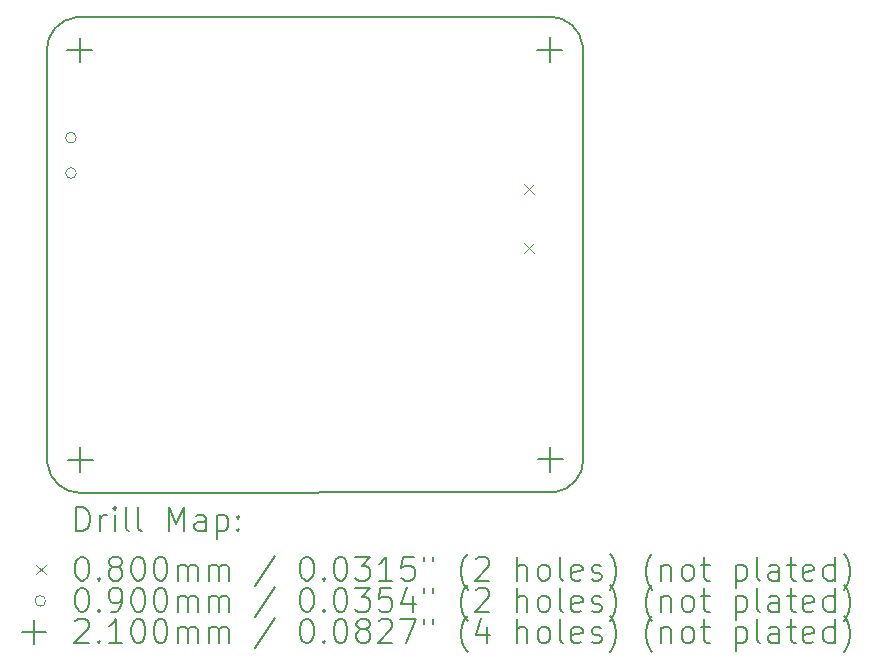
<source format=gbr>
%TF.GenerationSoftware,KiCad,Pcbnew,8.0.8*%
%TF.CreationDate,2025-03-31T20:29:24+08:00*%
%TF.ProjectId,1,312e6b69-6361-4645-9f70-636258585858,rev?*%
%TF.SameCoordinates,Original*%
%TF.FileFunction,Drillmap*%
%TF.FilePolarity,Positive*%
%FSLAX45Y45*%
G04 Gerber Fmt 4.5, Leading zero omitted, Abs format (unit mm)*
G04 Created by KiCad (PCBNEW 8.0.8) date 2025-03-31 20:29:24*
%MOMM*%
%LPD*%
G01*
G04 APERTURE LIST*
%ADD10C,0.200000*%
%ADD11C,0.100000*%
%ADD12C,0.210000*%
G04 APERTURE END LIST*
D10*
X13245000Y-4480000D02*
G75*
G02*
X13528398Y-4729679I5000J-280000D01*
G01*
X9278719Y-8513078D02*
X13283719Y-8508115D01*
X13528398Y-4729679D02*
X13533398Y-8224679D01*
X9240000Y-4485000D02*
X13245000Y-4480037D01*
X8990321Y-4768398D02*
X8995321Y-8263398D01*
X8990321Y-4768398D02*
G75*
G02*
X9240000Y-4485002I279999J4998D01*
G01*
X9278719Y-8513078D02*
G75*
G02*
X8995324Y-8263398I-4999J279998D01*
G01*
X13533398Y-8224679D02*
G75*
G02*
X13283719Y-8508077I-279998J-5001D01*
G01*
D11*
X13035000Y-5900000D02*
X13115000Y-5980000D01*
X13115000Y-5900000D02*
X13035000Y-5980000D01*
X13035000Y-6400000D02*
X13115000Y-6480000D01*
X13115000Y-6400000D02*
X13035000Y-6480000D01*
X9240000Y-5505000D02*
G75*
G02*
X9150000Y-5505000I-45000J0D01*
G01*
X9150000Y-5505000D02*
G75*
G02*
X9240000Y-5505000I45000J0D01*
G01*
X9240000Y-5805000D02*
G75*
G02*
X9150000Y-5805000I-45000J0D01*
G01*
X9150000Y-5805000D02*
G75*
G02*
X9240000Y-5805000I45000J0D01*
G01*
D12*
X9270320Y-4658398D02*
X9270320Y-4868398D01*
X9165320Y-4763398D02*
X9375320Y-4763398D01*
X9273719Y-8128078D02*
X9273719Y-8338078D01*
X9168719Y-8233078D02*
X9378719Y-8233078D01*
X13250000Y-4655000D02*
X13250000Y-4865000D01*
X13145000Y-4760000D02*
X13355000Y-4760000D01*
X13253398Y-8124679D02*
X13253398Y-8334679D01*
X13148398Y-8229679D02*
X13358398Y-8229679D01*
D10*
X9241053Y-8834606D02*
X9241053Y-8634606D01*
X9241053Y-8634606D02*
X9288672Y-8634606D01*
X9288672Y-8634606D02*
X9317243Y-8644130D01*
X9317243Y-8644130D02*
X9336291Y-8663177D01*
X9336291Y-8663177D02*
X9345815Y-8682225D01*
X9345815Y-8682225D02*
X9355339Y-8720320D01*
X9355339Y-8720320D02*
X9355339Y-8748892D01*
X9355339Y-8748892D02*
X9345815Y-8786987D01*
X9345815Y-8786987D02*
X9336291Y-8806035D01*
X9336291Y-8806035D02*
X9317243Y-8825082D01*
X9317243Y-8825082D02*
X9288672Y-8834606D01*
X9288672Y-8834606D02*
X9241053Y-8834606D01*
X9441053Y-8834606D02*
X9441053Y-8701273D01*
X9441053Y-8739368D02*
X9450577Y-8720320D01*
X9450577Y-8720320D02*
X9460101Y-8710796D01*
X9460101Y-8710796D02*
X9479148Y-8701273D01*
X9479148Y-8701273D02*
X9498196Y-8701273D01*
X9564862Y-8834606D02*
X9564862Y-8701273D01*
X9564862Y-8634606D02*
X9555339Y-8644130D01*
X9555339Y-8644130D02*
X9564862Y-8653654D01*
X9564862Y-8653654D02*
X9574386Y-8644130D01*
X9574386Y-8644130D02*
X9564862Y-8634606D01*
X9564862Y-8634606D02*
X9564862Y-8653654D01*
X9688672Y-8834606D02*
X9669624Y-8825082D01*
X9669624Y-8825082D02*
X9660101Y-8806035D01*
X9660101Y-8806035D02*
X9660101Y-8634606D01*
X9793434Y-8834606D02*
X9774386Y-8825082D01*
X9774386Y-8825082D02*
X9764862Y-8806035D01*
X9764862Y-8806035D02*
X9764862Y-8634606D01*
X10022005Y-8834606D02*
X10022005Y-8634606D01*
X10022005Y-8634606D02*
X10088672Y-8777463D01*
X10088672Y-8777463D02*
X10155339Y-8634606D01*
X10155339Y-8634606D02*
X10155339Y-8834606D01*
X10336291Y-8834606D02*
X10336291Y-8729844D01*
X10336291Y-8729844D02*
X10326767Y-8710796D01*
X10326767Y-8710796D02*
X10307720Y-8701273D01*
X10307720Y-8701273D02*
X10269624Y-8701273D01*
X10269624Y-8701273D02*
X10250577Y-8710796D01*
X10336291Y-8825082D02*
X10317243Y-8834606D01*
X10317243Y-8834606D02*
X10269624Y-8834606D01*
X10269624Y-8834606D02*
X10250577Y-8825082D01*
X10250577Y-8825082D02*
X10241053Y-8806035D01*
X10241053Y-8806035D02*
X10241053Y-8786987D01*
X10241053Y-8786987D02*
X10250577Y-8767939D01*
X10250577Y-8767939D02*
X10269624Y-8758416D01*
X10269624Y-8758416D02*
X10317243Y-8758416D01*
X10317243Y-8758416D02*
X10336291Y-8748892D01*
X10431529Y-8701273D02*
X10431529Y-8901273D01*
X10431529Y-8710796D02*
X10450577Y-8701273D01*
X10450577Y-8701273D02*
X10488672Y-8701273D01*
X10488672Y-8701273D02*
X10507720Y-8710796D01*
X10507720Y-8710796D02*
X10517243Y-8720320D01*
X10517243Y-8720320D02*
X10526767Y-8739368D01*
X10526767Y-8739368D02*
X10526767Y-8796511D01*
X10526767Y-8796511D02*
X10517243Y-8815558D01*
X10517243Y-8815558D02*
X10507720Y-8825082D01*
X10507720Y-8825082D02*
X10488672Y-8834606D01*
X10488672Y-8834606D02*
X10450577Y-8834606D01*
X10450577Y-8834606D02*
X10431529Y-8825082D01*
X10612482Y-8815558D02*
X10622005Y-8825082D01*
X10622005Y-8825082D02*
X10612482Y-8834606D01*
X10612482Y-8834606D02*
X10602958Y-8825082D01*
X10602958Y-8825082D02*
X10612482Y-8815558D01*
X10612482Y-8815558D02*
X10612482Y-8834606D01*
X10612482Y-8710796D02*
X10622005Y-8720320D01*
X10622005Y-8720320D02*
X10612482Y-8729844D01*
X10612482Y-8729844D02*
X10602958Y-8720320D01*
X10602958Y-8720320D02*
X10612482Y-8710796D01*
X10612482Y-8710796D02*
X10612482Y-8729844D01*
D11*
X8900276Y-9123122D02*
X8980276Y-9203122D01*
X8980276Y-9123122D02*
X8900276Y-9203122D01*
D10*
X9279148Y-9054606D02*
X9298196Y-9054606D01*
X9298196Y-9054606D02*
X9317243Y-9064130D01*
X9317243Y-9064130D02*
X9326767Y-9073654D01*
X9326767Y-9073654D02*
X9336291Y-9092701D01*
X9336291Y-9092701D02*
X9345815Y-9130796D01*
X9345815Y-9130796D02*
X9345815Y-9178416D01*
X9345815Y-9178416D02*
X9336291Y-9216511D01*
X9336291Y-9216511D02*
X9326767Y-9235558D01*
X9326767Y-9235558D02*
X9317243Y-9245082D01*
X9317243Y-9245082D02*
X9298196Y-9254606D01*
X9298196Y-9254606D02*
X9279148Y-9254606D01*
X9279148Y-9254606D02*
X9260101Y-9245082D01*
X9260101Y-9245082D02*
X9250577Y-9235558D01*
X9250577Y-9235558D02*
X9241053Y-9216511D01*
X9241053Y-9216511D02*
X9231529Y-9178416D01*
X9231529Y-9178416D02*
X9231529Y-9130796D01*
X9231529Y-9130796D02*
X9241053Y-9092701D01*
X9241053Y-9092701D02*
X9250577Y-9073654D01*
X9250577Y-9073654D02*
X9260101Y-9064130D01*
X9260101Y-9064130D02*
X9279148Y-9054606D01*
X9431529Y-9235558D02*
X9441053Y-9245082D01*
X9441053Y-9245082D02*
X9431529Y-9254606D01*
X9431529Y-9254606D02*
X9422005Y-9245082D01*
X9422005Y-9245082D02*
X9431529Y-9235558D01*
X9431529Y-9235558D02*
X9431529Y-9254606D01*
X9555339Y-9140320D02*
X9536291Y-9130796D01*
X9536291Y-9130796D02*
X9526767Y-9121273D01*
X9526767Y-9121273D02*
X9517243Y-9102225D01*
X9517243Y-9102225D02*
X9517243Y-9092701D01*
X9517243Y-9092701D02*
X9526767Y-9073654D01*
X9526767Y-9073654D02*
X9536291Y-9064130D01*
X9536291Y-9064130D02*
X9555339Y-9054606D01*
X9555339Y-9054606D02*
X9593434Y-9054606D01*
X9593434Y-9054606D02*
X9612482Y-9064130D01*
X9612482Y-9064130D02*
X9622005Y-9073654D01*
X9622005Y-9073654D02*
X9631529Y-9092701D01*
X9631529Y-9092701D02*
X9631529Y-9102225D01*
X9631529Y-9102225D02*
X9622005Y-9121273D01*
X9622005Y-9121273D02*
X9612482Y-9130796D01*
X9612482Y-9130796D02*
X9593434Y-9140320D01*
X9593434Y-9140320D02*
X9555339Y-9140320D01*
X9555339Y-9140320D02*
X9536291Y-9149844D01*
X9536291Y-9149844D02*
X9526767Y-9159368D01*
X9526767Y-9159368D02*
X9517243Y-9178416D01*
X9517243Y-9178416D02*
X9517243Y-9216511D01*
X9517243Y-9216511D02*
X9526767Y-9235558D01*
X9526767Y-9235558D02*
X9536291Y-9245082D01*
X9536291Y-9245082D02*
X9555339Y-9254606D01*
X9555339Y-9254606D02*
X9593434Y-9254606D01*
X9593434Y-9254606D02*
X9612482Y-9245082D01*
X9612482Y-9245082D02*
X9622005Y-9235558D01*
X9622005Y-9235558D02*
X9631529Y-9216511D01*
X9631529Y-9216511D02*
X9631529Y-9178416D01*
X9631529Y-9178416D02*
X9622005Y-9159368D01*
X9622005Y-9159368D02*
X9612482Y-9149844D01*
X9612482Y-9149844D02*
X9593434Y-9140320D01*
X9755339Y-9054606D02*
X9774386Y-9054606D01*
X9774386Y-9054606D02*
X9793434Y-9064130D01*
X9793434Y-9064130D02*
X9802958Y-9073654D01*
X9802958Y-9073654D02*
X9812482Y-9092701D01*
X9812482Y-9092701D02*
X9822005Y-9130796D01*
X9822005Y-9130796D02*
X9822005Y-9178416D01*
X9822005Y-9178416D02*
X9812482Y-9216511D01*
X9812482Y-9216511D02*
X9802958Y-9235558D01*
X9802958Y-9235558D02*
X9793434Y-9245082D01*
X9793434Y-9245082D02*
X9774386Y-9254606D01*
X9774386Y-9254606D02*
X9755339Y-9254606D01*
X9755339Y-9254606D02*
X9736291Y-9245082D01*
X9736291Y-9245082D02*
X9726767Y-9235558D01*
X9726767Y-9235558D02*
X9717243Y-9216511D01*
X9717243Y-9216511D02*
X9707720Y-9178416D01*
X9707720Y-9178416D02*
X9707720Y-9130796D01*
X9707720Y-9130796D02*
X9717243Y-9092701D01*
X9717243Y-9092701D02*
X9726767Y-9073654D01*
X9726767Y-9073654D02*
X9736291Y-9064130D01*
X9736291Y-9064130D02*
X9755339Y-9054606D01*
X9945815Y-9054606D02*
X9964863Y-9054606D01*
X9964863Y-9054606D02*
X9983910Y-9064130D01*
X9983910Y-9064130D02*
X9993434Y-9073654D01*
X9993434Y-9073654D02*
X10002958Y-9092701D01*
X10002958Y-9092701D02*
X10012482Y-9130796D01*
X10012482Y-9130796D02*
X10012482Y-9178416D01*
X10012482Y-9178416D02*
X10002958Y-9216511D01*
X10002958Y-9216511D02*
X9993434Y-9235558D01*
X9993434Y-9235558D02*
X9983910Y-9245082D01*
X9983910Y-9245082D02*
X9964863Y-9254606D01*
X9964863Y-9254606D02*
X9945815Y-9254606D01*
X9945815Y-9254606D02*
X9926767Y-9245082D01*
X9926767Y-9245082D02*
X9917243Y-9235558D01*
X9917243Y-9235558D02*
X9907720Y-9216511D01*
X9907720Y-9216511D02*
X9898196Y-9178416D01*
X9898196Y-9178416D02*
X9898196Y-9130796D01*
X9898196Y-9130796D02*
X9907720Y-9092701D01*
X9907720Y-9092701D02*
X9917243Y-9073654D01*
X9917243Y-9073654D02*
X9926767Y-9064130D01*
X9926767Y-9064130D02*
X9945815Y-9054606D01*
X10098196Y-9254606D02*
X10098196Y-9121273D01*
X10098196Y-9140320D02*
X10107720Y-9130796D01*
X10107720Y-9130796D02*
X10126767Y-9121273D01*
X10126767Y-9121273D02*
X10155339Y-9121273D01*
X10155339Y-9121273D02*
X10174386Y-9130796D01*
X10174386Y-9130796D02*
X10183910Y-9149844D01*
X10183910Y-9149844D02*
X10183910Y-9254606D01*
X10183910Y-9149844D02*
X10193434Y-9130796D01*
X10193434Y-9130796D02*
X10212482Y-9121273D01*
X10212482Y-9121273D02*
X10241053Y-9121273D01*
X10241053Y-9121273D02*
X10260101Y-9130796D01*
X10260101Y-9130796D02*
X10269624Y-9149844D01*
X10269624Y-9149844D02*
X10269624Y-9254606D01*
X10364863Y-9254606D02*
X10364863Y-9121273D01*
X10364863Y-9140320D02*
X10374386Y-9130796D01*
X10374386Y-9130796D02*
X10393434Y-9121273D01*
X10393434Y-9121273D02*
X10422005Y-9121273D01*
X10422005Y-9121273D02*
X10441053Y-9130796D01*
X10441053Y-9130796D02*
X10450577Y-9149844D01*
X10450577Y-9149844D02*
X10450577Y-9254606D01*
X10450577Y-9149844D02*
X10460101Y-9130796D01*
X10460101Y-9130796D02*
X10479148Y-9121273D01*
X10479148Y-9121273D02*
X10507720Y-9121273D01*
X10507720Y-9121273D02*
X10526767Y-9130796D01*
X10526767Y-9130796D02*
X10536291Y-9149844D01*
X10536291Y-9149844D02*
X10536291Y-9254606D01*
X10926767Y-9045082D02*
X10755339Y-9302225D01*
X11183910Y-9054606D02*
X11202958Y-9054606D01*
X11202958Y-9054606D02*
X11222005Y-9064130D01*
X11222005Y-9064130D02*
X11231529Y-9073654D01*
X11231529Y-9073654D02*
X11241053Y-9092701D01*
X11241053Y-9092701D02*
X11250577Y-9130796D01*
X11250577Y-9130796D02*
X11250577Y-9178416D01*
X11250577Y-9178416D02*
X11241053Y-9216511D01*
X11241053Y-9216511D02*
X11231529Y-9235558D01*
X11231529Y-9235558D02*
X11222005Y-9245082D01*
X11222005Y-9245082D02*
X11202958Y-9254606D01*
X11202958Y-9254606D02*
X11183910Y-9254606D01*
X11183910Y-9254606D02*
X11164863Y-9245082D01*
X11164863Y-9245082D02*
X11155339Y-9235558D01*
X11155339Y-9235558D02*
X11145815Y-9216511D01*
X11145815Y-9216511D02*
X11136291Y-9178416D01*
X11136291Y-9178416D02*
X11136291Y-9130796D01*
X11136291Y-9130796D02*
X11145815Y-9092701D01*
X11145815Y-9092701D02*
X11155339Y-9073654D01*
X11155339Y-9073654D02*
X11164863Y-9064130D01*
X11164863Y-9064130D02*
X11183910Y-9054606D01*
X11336291Y-9235558D02*
X11345815Y-9245082D01*
X11345815Y-9245082D02*
X11336291Y-9254606D01*
X11336291Y-9254606D02*
X11326767Y-9245082D01*
X11326767Y-9245082D02*
X11336291Y-9235558D01*
X11336291Y-9235558D02*
X11336291Y-9254606D01*
X11469624Y-9054606D02*
X11488672Y-9054606D01*
X11488672Y-9054606D02*
X11507720Y-9064130D01*
X11507720Y-9064130D02*
X11517244Y-9073654D01*
X11517244Y-9073654D02*
X11526767Y-9092701D01*
X11526767Y-9092701D02*
X11536291Y-9130796D01*
X11536291Y-9130796D02*
X11536291Y-9178416D01*
X11536291Y-9178416D02*
X11526767Y-9216511D01*
X11526767Y-9216511D02*
X11517244Y-9235558D01*
X11517244Y-9235558D02*
X11507720Y-9245082D01*
X11507720Y-9245082D02*
X11488672Y-9254606D01*
X11488672Y-9254606D02*
X11469624Y-9254606D01*
X11469624Y-9254606D02*
X11450577Y-9245082D01*
X11450577Y-9245082D02*
X11441053Y-9235558D01*
X11441053Y-9235558D02*
X11431529Y-9216511D01*
X11431529Y-9216511D02*
X11422005Y-9178416D01*
X11422005Y-9178416D02*
X11422005Y-9130796D01*
X11422005Y-9130796D02*
X11431529Y-9092701D01*
X11431529Y-9092701D02*
X11441053Y-9073654D01*
X11441053Y-9073654D02*
X11450577Y-9064130D01*
X11450577Y-9064130D02*
X11469624Y-9054606D01*
X11602958Y-9054606D02*
X11726767Y-9054606D01*
X11726767Y-9054606D02*
X11660101Y-9130796D01*
X11660101Y-9130796D02*
X11688672Y-9130796D01*
X11688672Y-9130796D02*
X11707720Y-9140320D01*
X11707720Y-9140320D02*
X11717244Y-9149844D01*
X11717244Y-9149844D02*
X11726767Y-9168892D01*
X11726767Y-9168892D02*
X11726767Y-9216511D01*
X11726767Y-9216511D02*
X11717244Y-9235558D01*
X11717244Y-9235558D02*
X11707720Y-9245082D01*
X11707720Y-9245082D02*
X11688672Y-9254606D01*
X11688672Y-9254606D02*
X11631529Y-9254606D01*
X11631529Y-9254606D02*
X11612482Y-9245082D01*
X11612482Y-9245082D02*
X11602958Y-9235558D01*
X11917244Y-9254606D02*
X11802958Y-9254606D01*
X11860101Y-9254606D02*
X11860101Y-9054606D01*
X11860101Y-9054606D02*
X11841053Y-9083177D01*
X11841053Y-9083177D02*
X11822005Y-9102225D01*
X11822005Y-9102225D02*
X11802958Y-9111749D01*
X12098196Y-9054606D02*
X12002958Y-9054606D01*
X12002958Y-9054606D02*
X11993434Y-9149844D01*
X11993434Y-9149844D02*
X12002958Y-9140320D01*
X12002958Y-9140320D02*
X12022005Y-9130796D01*
X12022005Y-9130796D02*
X12069625Y-9130796D01*
X12069625Y-9130796D02*
X12088672Y-9140320D01*
X12088672Y-9140320D02*
X12098196Y-9149844D01*
X12098196Y-9149844D02*
X12107720Y-9168892D01*
X12107720Y-9168892D02*
X12107720Y-9216511D01*
X12107720Y-9216511D02*
X12098196Y-9235558D01*
X12098196Y-9235558D02*
X12088672Y-9245082D01*
X12088672Y-9245082D02*
X12069625Y-9254606D01*
X12069625Y-9254606D02*
X12022005Y-9254606D01*
X12022005Y-9254606D02*
X12002958Y-9245082D01*
X12002958Y-9245082D02*
X11993434Y-9235558D01*
X12183910Y-9054606D02*
X12183910Y-9092701D01*
X12260101Y-9054606D02*
X12260101Y-9092701D01*
X12555339Y-9330796D02*
X12545815Y-9321273D01*
X12545815Y-9321273D02*
X12526767Y-9292701D01*
X12526767Y-9292701D02*
X12517244Y-9273654D01*
X12517244Y-9273654D02*
X12507720Y-9245082D01*
X12507720Y-9245082D02*
X12498196Y-9197463D01*
X12498196Y-9197463D02*
X12498196Y-9159368D01*
X12498196Y-9159368D02*
X12507720Y-9111749D01*
X12507720Y-9111749D02*
X12517244Y-9083177D01*
X12517244Y-9083177D02*
X12526767Y-9064130D01*
X12526767Y-9064130D02*
X12545815Y-9035558D01*
X12545815Y-9035558D02*
X12555339Y-9026035D01*
X12622006Y-9073654D02*
X12631529Y-9064130D01*
X12631529Y-9064130D02*
X12650577Y-9054606D01*
X12650577Y-9054606D02*
X12698196Y-9054606D01*
X12698196Y-9054606D02*
X12717244Y-9064130D01*
X12717244Y-9064130D02*
X12726767Y-9073654D01*
X12726767Y-9073654D02*
X12736291Y-9092701D01*
X12736291Y-9092701D02*
X12736291Y-9111749D01*
X12736291Y-9111749D02*
X12726767Y-9140320D01*
X12726767Y-9140320D02*
X12612482Y-9254606D01*
X12612482Y-9254606D02*
X12736291Y-9254606D01*
X12974387Y-9254606D02*
X12974387Y-9054606D01*
X13060101Y-9254606D02*
X13060101Y-9149844D01*
X13060101Y-9149844D02*
X13050577Y-9130796D01*
X13050577Y-9130796D02*
X13031529Y-9121273D01*
X13031529Y-9121273D02*
X13002958Y-9121273D01*
X13002958Y-9121273D02*
X12983910Y-9130796D01*
X12983910Y-9130796D02*
X12974387Y-9140320D01*
X13183910Y-9254606D02*
X13164863Y-9245082D01*
X13164863Y-9245082D02*
X13155339Y-9235558D01*
X13155339Y-9235558D02*
X13145815Y-9216511D01*
X13145815Y-9216511D02*
X13145815Y-9159368D01*
X13145815Y-9159368D02*
X13155339Y-9140320D01*
X13155339Y-9140320D02*
X13164863Y-9130796D01*
X13164863Y-9130796D02*
X13183910Y-9121273D01*
X13183910Y-9121273D02*
X13212482Y-9121273D01*
X13212482Y-9121273D02*
X13231529Y-9130796D01*
X13231529Y-9130796D02*
X13241053Y-9140320D01*
X13241053Y-9140320D02*
X13250577Y-9159368D01*
X13250577Y-9159368D02*
X13250577Y-9216511D01*
X13250577Y-9216511D02*
X13241053Y-9235558D01*
X13241053Y-9235558D02*
X13231529Y-9245082D01*
X13231529Y-9245082D02*
X13212482Y-9254606D01*
X13212482Y-9254606D02*
X13183910Y-9254606D01*
X13364863Y-9254606D02*
X13345815Y-9245082D01*
X13345815Y-9245082D02*
X13336291Y-9226035D01*
X13336291Y-9226035D02*
X13336291Y-9054606D01*
X13517244Y-9245082D02*
X13498196Y-9254606D01*
X13498196Y-9254606D02*
X13460101Y-9254606D01*
X13460101Y-9254606D02*
X13441053Y-9245082D01*
X13441053Y-9245082D02*
X13431529Y-9226035D01*
X13431529Y-9226035D02*
X13431529Y-9149844D01*
X13431529Y-9149844D02*
X13441053Y-9130796D01*
X13441053Y-9130796D02*
X13460101Y-9121273D01*
X13460101Y-9121273D02*
X13498196Y-9121273D01*
X13498196Y-9121273D02*
X13517244Y-9130796D01*
X13517244Y-9130796D02*
X13526768Y-9149844D01*
X13526768Y-9149844D02*
X13526768Y-9168892D01*
X13526768Y-9168892D02*
X13431529Y-9187939D01*
X13602958Y-9245082D02*
X13622006Y-9254606D01*
X13622006Y-9254606D02*
X13660101Y-9254606D01*
X13660101Y-9254606D02*
X13679149Y-9245082D01*
X13679149Y-9245082D02*
X13688672Y-9226035D01*
X13688672Y-9226035D02*
X13688672Y-9216511D01*
X13688672Y-9216511D02*
X13679149Y-9197463D01*
X13679149Y-9197463D02*
X13660101Y-9187939D01*
X13660101Y-9187939D02*
X13631529Y-9187939D01*
X13631529Y-9187939D02*
X13612482Y-9178416D01*
X13612482Y-9178416D02*
X13602958Y-9159368D01*
X13602958Y-9159368D02*
X13602958Y-9149844D01*
X13602958Y-9149844D02*
X13612482Y-9130796D01*
X13612482Y-9130796D02*
X13631529Y-9121273D01*
X13631529Y-9121273D02*
X13660101Y-9121273D01*
X13660101Y-9121273D02*
X13679149Y-9130796D01*
X13755339Y-9330796D02*
X13764863Y-9321273D01*
X13764863Y-9321273D02*
X13783910Y-9292701D01*
X13783910Y-9292701D02*
X13793434Y-9273654D01*
X13793434Y-9273654D02*
X13802958Y-9245082D01*
X13802958Y-9245082D02*
X13812482Y-9197463D01*
X13812482Y-9197463D02*
X13812482Y-9159368D01*
X13812482Y-9159368D02*
X13802958Y-9111749D01*
X13802958Y-9111749D02*
X13793434Y-9083177D01*
X13793434Y-9083177D02*
X13783910Y-9064130D01*
X13783910Y-9064130D02*
X13764863Y-9035558D01*
X13764863Y-9035558D02*
X13755339Y-9026035D01*
X14117244Y-9330796D02*
X14107720Y-9321273D01*
X14107720Y-9321273D02*
X14088672Y-9292701D01*
X14088672Y-9292701D02*
X14079149Y-9273654D01*
X14079149Y-9273654D02*
X14069625Y-9245082D01*
X14069625Y-9245082D02*
X14060101Y-9197463D01*
X14060101Y-9197463D02*
X14060101Y-9159368D01*
X14060101Y-9159368D02*
X14069625Y-9111749D01*
X14069625Y-9111749D02*
X14079149Y-9083177D01*
X14079149Y-9083177D02*
X14088672Y-9064130D01*
X14088672Y-9064130D02*
X14107720Y-9035558D01*
X14107720Y-9035558D02*
X14117244Y-9026035D01*
X14193434Y-9121273D02*
X14193434Y-9254606D01*
X14193434Y-9140320D02*
X14202958Y-9130796D01*
X14202958Y-9130796D02*
X14222006Y-9121273D01*
X14222006Y-9121273D02*
X14250577Y-9121273D01*
X14250577Y-9121273D02*
X14269625Y-9130796D01*
X14269625Y-9130796D02*
X14279149Y-9149844D01*
X14279149Y-9149844D02*
X14279149Y-9254606D01*
X14402958Y-9254606D02*
X14383910Y-9245082D01*
X14383910Y-9245082D02*
X14374387Y-9235558D01*
X14374387Y-9235558D02*
X14364863Y-9216511D01*
X14364863Y-9216511D02*
X14364863Y-9159368D01*
X14364863Y-9159368D02*
X14374387Y-9140320D01*
X14374387Y-9140320D02*
X14383910Y-9130796D01*
X14383910Y-9130796D02*
X14402958Y-9121273D01*
X14402958Y-9121273D02*
X14431530Y-9121273D01*
X14431530Y-9121273D02*
X14450577Y-9130796D01*
X14450577Y-9130796D02*
X14460101Y-9140320D01*
X14460101Y-9140320D02*
X14469625Y-9159368D01*
X14469625Y-9159368D02*
X14469625Y-9216511D01*
X14469625Y-9216511D02*
X14460101Y-9235558D01*
X14460101Y-9235558D02*
X14450577Y-9245082D01*
X14450577Y-9245082D02*
X14431530Y-9254606D01*
X14431530Y-9254606D02*
X14402958Y-9254606D01*
X14526768Y-9121273D02*
X14602958Y-9121273D01*
X14555339Y-9054606D02*
X14555339Y-9226035D01*
X14555339Y-9226035D02*
X14564863Y-9245082D01*
X14564863Y-9245082D02*
X14583910Y-9254606D01*
X14583910Y-9254606D02*
X14602958Y-9254606D01*
X14822006Y-9121273D02*
X14822006Y-9321273D01*
X14822006Y-9130796D02*
X14841053Y-9121273D01*
X14841053Y-9121273D02*
X14879149Y-9121273D01*
X14879149Y-9121273D02*
X14898196Y-9130796D01*
X14898196Y-9130796D02*
X14907720Y-9140320D01*
X14907720Y-9140320D02*
X14917244Y-9159368D01*
X14917244Y-9159368D02*
X14917244Y-9216511D01*
X14917244Y-9216511D02*
X14907720Y-9235558D01*
X14907720Y-9235558D02*
X14898196Y-9245082D01*
X14898196Y-9245082D02*
X14879149Y-9254606D01*
X14879149Y-9254606D02*
X14841053Y-9254606D01*
X14841053Y-9254606D02*
X14822006Y-9245082D01*
X15031530Y-9254606D02*
X15012482Y-9245082D01*
X15012482Y-9245082D02*
X15002958Y-9226035D01*
X15002958Y-9226035D02*
X15002958Y-9054606D01*
X15193434Y-9254606D02*
X15193434Y-9149844D01*
X15193434Y-9149844D02*
X15183911Y-9130796D01*
X15183911Y-9130796D02*
X15164863Y-9121273D01*
X15164863Y-9121273D02*
X15126768Y-9121273D01*
X15126768Y-9121273D02*
X15107720Y-9130796D01*
X15193434Y-9245082D02*
X15174387Y-9254606D01*
X15174387Y-9254606D02*
X15126768Y-9254606D01*
X15126768Y-9254606D02*
X15107720Y-9245082D01*
X15107720Y-9245082D02*
X15098196Y-9226035D01*
X15098196Y-9226035D02*
X15098196Y-9206987D01*
X15098196Y-9206987D02*
X15107720Y-9187939D01*
X15107720Y-9187939D02*
X15126768Y-9178416D01*
X15126768Y-9178416D02*
X15174387Y-9178416D01*
X15174387Y-9178416D02*
X15193434Y-9168892D01*
X15260101Y-9121273D02*
X15336291Y-9121273D01*
X15288672Y-9054606D02*
X15288672Y-9226035D01*
X15288672Y-9226035D02*
X15298196Y-9245082D01*
X15298196Y-9245082D02*
X15317244Y-9254606D01*
X15317244Y-9254606D02*
X15336291Y-9254606D01*
X15479149Y-9245082D02*
X15460101Y-9254606D01*
X15460101Y-9254606D02*
X15422006Y-9254606D01*
X15422006Y-9254606D02*
X15402958Y-9245082D01*
X15402958Y-9245082D02*
X15393434Y-9226035D01*
X15393434Y-9226035D02*
X15393434Y-9149844D01*
X15393434Y-9149844D02*
X15402958Y-9130796D01*
X15402958Y-9130796D02*
X15422006Y-9121273D01*
X15422006Y-9121273D02*
X15460101Y-9121273D01*
X15460101Y-9121273D02*
X15479149Y-9130796D01*
X15479149Y-9130796D02*
X15488672Y-9149844D01*
X15488672Y-9149844D02*
X15488672Y-9168892D01*
X15488672Y-9168892D02*
X15393434Y-9187939D01*
X15660101Y-9254606D02*
X15660101Y-9054606D01*
X15660101Y-9245082D02*
X15641053Y-9254606D01*
X15641053Y-9254606D02*
X15602958Y-9254606D01*
X15602958Y-9254606D02*
X15583911Y-9245082D01*
X15583911Y-9245082D02*
X15574387Y-9235558D01*
X15574387Y-9235558D02*
X15564863Y-9216511D01*
X15564863Y-9216511D02*
X15564863Y-9159368D01*
X15564863Y-9159368D02*
X15574387Y-9140320D01*
X15574387Y-9140320D02*
X15583911Y-9130796D01*
X15583911Y-9130796D02*
X15602958Y-9121273D01*
X15602958Y-9121273D02*
X15641053Y-9121273D01*
X15641053Y-9121273D02*
X15660101Y-9130796D01*
X15736292Y-9330796D02*
X15745815Y-9321273D01*
X15745815Y-9321273D02*
X15764863Y-9292701D01*
X15764863Y-9292701D02*
X15774387Y-9273654D01*
X15774387Y-9273654D02*
X15783911Y-9245082D01*
X15783911Y-9245082D02*
X15793434Y-9197463D01*
X15793434Y-9197463D02*
X15793434Y-9159368D01*
X15793434Y-9159368D02*
X15783911Y-9111749D01*
X15783911Y-9111749D02*
X15774387Y-9083177D01*
X15774387Y-9083177D02*
X15764863Y-9064130D01*
X15764863Y-9064130D02*
X15745815Y-9035558D01*
X15745815Y-9035558D02*
X15736292Y-9026035D01*
D11*
X8980276Y-9427122D02*
G75*
G02*
X8890276Y-9427122I-45000J0D01*
G01*
X8890276Y-9427122D02*
G75*
G02*
X8980276Y-9427122I45000J0D01*
G01*
D10*
X9279148Y-9318606D02*
X9298196Y-9318606D01*
X9298196Y-9318606D02*
X9317243Y-9328130D01*
X9317243Y-9328130D02*
X9326767Y-9337654D01*
X9326767Y-9337654D02*
X9336291Y-9356701D01*
X9336291Y-9356701D02*
X9345815Y-9394796D01*
X9345815Y-9394796D02*
X9345815Y-9442416D01*
X9345815Y-9442416D02*
X9336291Y-9480511D01*
X9336291Y-9480511D02*
X9326767Y-9499558D01*
X9326767Y-9499558D02*
X9317243Y-9509082D01*
X9317243Y-9509082D02*
X9298196Y-9518606D01*
X9298196Y-9518606D02*
X9279148Y-9518606D01*
X9279148Y-9518606D02*
X9260101Y-9509082D01*
X9260101Y-9509082D02*
X9250577Y-9499558D01*
X9250577Y-9499558D02*
X9241053Y-9480511D01*
X9241053Y-9480511D02*
X9231529Y-9442416D01*
X9231529Y-9442416D02*
X9231529Y-9394796D01*
X9231529Y-9394796D02*
X9241053Y-9356701D01*
X9241053Y-9356701D02*
X9250577Y-9337654D01*
X9250577Y-9337654D02*
X9260101Y-9328130D01*
X9260101Y-9328130D02*
X9279148Y-9318606D01*
X9431529Y-9499558D02*
X9441053Y-9509082D01*
X9441053Y-9509082D02*
X9431529Y-9518606D01*
X9431529Y-9518606D02*
X9422005Y-9509082D01*
X9422005Y-9509082D02*
X9431529Y-9499558D01*
X9431529Y-9499558D02*
X9431529Y-9518606D01*
X9536291Y-9518606D02*
X9574386Y-9518606D01*
X9574386Y-9518606D02*
X9593434Y-9509082D01*
X9593434Y-9509082D02*
X9602958Y-9499558D01*
X9602958Y-9499558D02*
X9622005Y-9470987D01*
X9622005Y-9470987D02*
X9631529Y-9432892D01*
X9631529Y-9432892D02*
X9631529Y-9356701D01*
X9631529Y-9356701D02*
X9622005Y-9337654D01*
X9622005Y-9337654D02*
X9612482Y-9328130D01*
X9612482Y-9328130D02*
X9593434Y-9318606D01*
X9593434Y-9318606D02*
X9555339Y-9318606D01*
X9555339Y-9318606D02*
X9536291Y-9328130D01*
X9536291Y-9328130D02*
X9526767Y-9337654D01*
X9526767Y-9337654D02*
X9517243Y-9356701D01*
X9517243Y-9356701D02*
X9517243Y-9404320D01*
X9517243Y-9404320D02*
X9526767Y-9423368D01*
X9526767Y-9423368D02*
X9536291Y-9432892D01*
X9536291Y-9432892D02*
X9555339Y-9442416D01*
X9555339Y-9442416D02*
X9593434Y-9442416D01*
X9593434Y-9442416D02*
X9612482Y-9432892D01*
X9612482Y-9432892D02*
X9622005Y-9423368D01*
X9622005Y-9423368D02*
X9631529Y-9404320D01*
X9755339Y-9318606D02*
X9774386Y-9318606D01*
X9774386Y-9318606D02*
X9793434Y-9328130D01*
X9793434Y-9328130D02*
X9802958Y-9337654D01*
X9802958Y-9337654D02*
X9812482Y-9356701D01*
X9812482Y-9356701D02*
X9822005Y-9394796D01*
X9822005Y-9394796D02*
X9822005Y-9442416D01*
X9822005Y-9442416D02*
X9812482Y-9480511D01*
X9812482Y-9480511D02*
X9802958Y-9499558D01*
X9802958Y-9499558D02*
X9793434Y-9509082D01*
X9793434Y-9509082D02*
X9774386Y-9518606D01*
X9774386Y-9518606D02*
X9755339Y-9518606D01*
X9755339Y-9518606D02*
X9736291Y-9509082D01*
X9736291Y-9509082D02*
X9726767Y-9499558D01*
X9726767Y-9499558D02*
X9717243Y-9480511D01*
X9717243Y-9480511D02*
X9707720Y-9442416D01*
X9707720Y-9442416D02*
X9707720Y-9394796D01*
X9707720Y-9394796D02*
X9717243Y-9356701D01*
X9717243Y-9356701D02*
X9726767Y-9337654D01*
X9726767Y-9337654D02*
X9736291Y-9328130D01*
X9736291Y-9328130D02*
X9755339Y-9318606D01*
X9945815Y-9318606D02*
X9964863Y-9318606D01*
X9964863Y-9318606D02*
X9983910Y-9328130D01*
X9983910Y-9328130D02*
X9993434Y-9337654D01*
X9993434Y-9337654D02*
X10002958Y-9356701D01*
X10002958Y-9356701D02*
X10012482Y-9394796D01*
X10012482Y-9394796D02*
X10012482Y-9442416D01*
X10012482Y-9442416D02*
X10002958Y-9480511D01*
X10002958Y-9480511D02*
X9993434Y-9499558D01*
X9993434Y-9499558D02*
X9983910Y-9509082D01*
X9983910Y-9509082D02*
X9964863Y-9518606D01*
X9964863Y-9518606D02*
X9945815Y-9518606D01*
X9945815Y-9518606D02*
X9926767Y-9509082D01*
X9926767Y-9509082D02*
X9917243Y-9499558D01*
X9917243Y-9499558D02*
X9907720Y-9480511D01*
X9907720Y-9480511D02*
X9898196Y-9442416D01*
X9898196Y-9442416D02*
X9898196Y-9394796D01*
X9898196Y-9394796D02*
X9907720Y-9356701D01*
X9907720Y-9356701D02*
X9917243Y-9337654D01*
X9917243Y-9337654D02*
X9926767Y-9328130D01*
X9926767Y-9328130D02*
X9945815Y-9318606D01*
X10098196Y-9518606D02*
X10098196Y-9385273D01*
X10098196Y-9404320D02*
X10107720Y-9394796D01*
X10107720Y-9394796D02*
X10126767Y-9385273D01*
X10126767Y-9385273D02*
X10155339Y-9385273D01*
X10155339Y-9385273D02*
X10174386Y-9394796D01*
X10174386Y-9394796D02*
X10183910Y-9413844D01*
X10183910Y-9413844D02*
X10183910Y-9518606D01*
X10183910Y-9413844D02*
X10193434Y-9394796D01*
X10193434Y-9394796D02*
X10212482Y-9385273D01*
X10212482Y-9385273D02*
X10241053Y-9385273D01*
X10241053Y-9385273D02*
X10260101Y-9394796D01*
X10260101Y-9394796D02*
X10269624Y-9413844D01*
X10269624Y-9413844D02*
X10269624Y-9518606D01*
X10364863Y-9518606D02*
X10364863Y-9385273D01*
X10364863Y-9404320D02*
X10374386Y-9394796D01*
X10374386Y-9394796D02*
X10393434Y-9385273D01*
X10393434Y-9385273D02*
X10422005Y-9385273D01*
X10422005Y-9385273D02*
X10441053Y-9394796D01*
X10441053Y-9394796D02*
X10450577Y-9413844D01*
X10450577Y-9413844D02*
X10450577Y-9518606D01*
X10450577Y-9413844D02*
X10460101Y-9394796D01*
X10460101Y-9394796D02*
X10479148Y-9385273D01*
X10479148Y-9385273D02*
X10507720Y-9385273D01*
X10507720Y-9385273D02*
X10526767Y-9394796D01*
X10526767Y-9394796D02*
X10536291Y-9413844D01*
X10536291Y-9413844D02*
X10536291Y-9518606D01*
X10926767Y-9309082D02*
X10755339Y-9566225D01*
X11183910Y-9318606D02*
X11202958Y-9318606D01*
X11202958Y-9318606D02*
X11222005Y-9328130D01*
X11222005Y-9328130D02*
X11231529Y-9337654D01*
X11231529Y-9337654D02*
X11241053Y-9356701D01*
X11241053Y-9356701D02*
X11250577Y-9394796D01*
X11250577Y-9394796D02*
X11250577Y-9442416D01*
X11250577Y-9442416D02*
X11241053Y-9480511D01*
X11241053Y-9480511D02*
X11231529Y-9499558D01*
X11231529Y-9499558D02*
X11222005Y-9509082D01*
X11222005Y-9509082D02*
X11202958Y-9518606D01*
X11202958Y-9518606D02*
X11183910Y-9518606D01*
X11183910Y-9518606D02*
X11164863Y-9509082D01*
X11164863Y-9509082D02*
X11155339Y-9499558D01*
X11155339Y-9499558D02*
X11145815Y-9480511D01*
X11145815Y-9480511D02*
X11136291Y-9442416D01*
X11136291Y-9442416D02*
X11136291Y-9394796D01*
X11136291Y-9394796D02*
X11145815Y-9356701D01*
X11145815Y-9356701D02*
X11155339Y-9337654D01*
X11155339Y-9337654D02*
X11164863Y-9328130D01*
X11164863Y-9328130D02*
X11183910Y-9318606D01*
X11336291Y-9499558D02*
X11345815Y-9509082D01*
X11345815Y-9509082D02*
X11336291Y-9518606D01*
X11336291Y-9518606D02*
X11326767Y-9509082D01*
X11326767Y-9509082D02*
X11336291Y-9499558D01*
X11336291Y-9499558D02*
X11336291Y-9518606D01*
X11469624Y-9318606D02*
X11488672Y-9318606D01*
X11488672Y-9318606D02*
X11507720Y-9328130D01*
X11507720Y-9328130D02*
X11517244Y-9337654D01*
X11517244Y-9337654D02*
X11526767Y-9356701D01*
X11526767Y-9356701D02*
X11536291Y-9394796D01*
X11536291Y-9394796D02*
X11536291Y-9442416D01*
X11536291Y-9442416D02*
X11526767Y-9480511D01*
X11526767Y-9480511D02*
X11517244Y-9499558D01*
X11517244Y-9499558D02*
X11507720Y-9509082D01*
X11507720Y-9509082D02*
X11488672Y-9518606D01*
X11488672Y-9518606D02*
X11469624Y-9518606D01*
X11469624Y-9518606D02*
X11450577Y-9509082D01*
X11450577Y-9509082D02*
X11441053Y-9499558D01*
X11441053Y-9499558D02*
X11431529Y-9480511D01*
X11431529Y-9480511D02*
X11422005Y-9442416D01*
X11422005Y-9442416D02*
X11422005Y-9394796D01*
X11422005Y-9394796D02*
X11431529Y-9356701D01*
X11431529Y-9356701D02*
X11441053Y-9337654D01*
X11441053Y-9337654D02*
X11450577Y-9328130D01*
X11450577Y-9328130D02*
X11469624Y-9318606D01*
X11602958Y-9318606D02*
X11726767Y-9318606D01*
X11726767Y-9318606D02*
X11660101Y-9394796D01*
X11660101Y-9394796D02*
X11688672Y-9394796D01*
X11688672Y-9394796D02*
X11707720Y-9404320D01*
X11707720Y-9404320D02*
X11717244Y-9413844D01*
X11717244Y-9413844D02*
X11726767Y-9432892D01*
X11726767Y-9432892D02*
X11726767Y-9480511D01*
X11726767Y-9480511D02*
X11717244Y-9499558D01*
X11717244Y-9499558D02*
X11707720Y-9509082D01*
X11707720Y-9509082D02*
X11688672Y-9518606D01*
X11688672Y-9518606D02*
X11631529Y-9518606D01*
X11631529Y-9518606D02*
X11612482Y-9509082D01*
X11612482Y-9509082D02*
X11602958Y-9499558D01*
X11907720Y-9318606D02*
X11812482Y-9318606D01*
X11812482Y-9318606D02*
X11802958Y-9413844D01*
X11802958Y-9413844D02*
X11812482Y-9404320D01*
X11812482Y-9404320D02*
X11831529Y-9394796D01*
X11831529Y-9394796D02*
X11879148Y-9394796D01*
X11879148Y-9394796D02*
X11898196Y-9404320D01*
X11898196Y-9404320D02*
X11907720Y-9413844D01*
X11907720Y-9413844D02*
X11917244Y-9432892D01*
X11917244Y-9432892D02*
X11917244Y-9480511D01*
X11917244Y-9480511D02*
X11907720Y-9499558D01*
X11907720Y-9499558D02*
X11898196Y-9509082D01*
X11898196Y-9509082D02*
X11879148Y-9518606D01*
X11879148Y-9518606D02*
X11831529Y-9518606D01*
X11831529Y-9518606D02*
X11812482Y-9509082D01*
X11812482Y-9509082D02*
X11802958Y-9499558D01*
X12088672Y-9385273D02*
X12088672Y-9518606D01*
X12041053Y-9309082D02*
X11993434Y-9451939D01*
X11993434Y-9451939D02*
X12117244Y-9451939D01*
X12183910Y-9318606D02*
X12183910Y-9356701D01*
X12260101Y-9318606D02*
X12260101Y-9356701D01*
X12555339Y-9594796D02*
X12545815Y-9585273D01*
X12545815Y-9585273D02*
X12526767Y-9556701D01*
X12526767Y-9556701D02*
X12517244Y-9537654D01*
X12517244Y-9537654D02*
X12507720Y-9509082D01*
X12507720Y-9509082D02*
X12498196Y-9461463D01*
X12498196Y-9461463D02*
X12498196Y-9423368D01*
X12498196Y-9423368D02*
X12507720Y-9375749D01*
X12507720Y-9375749D02*
X12517244Y-9347177D01*
X12517244Y-9347177D02*
X12526767Y-9328130D01*
X12526767Y-9328130D02*
X12545815Y-9299558D01*
X12545815Y-9299558D02*
X12555339Y-9290035D01*
X12622006Y-9337654D02*
X12631529Y-9328130D01*
X12631529Y-9328130D02*
X12650577Y-9318606D01*
X12650577Y-9318606D02*
X12698196Y-9318606D01*
X12698196Y-9318606D02*
X12717244Y-9328130D01*
X12717244Y-9328130D02*
X12726767Y-9337654D01*
X12726767Y-9337654D02*
X12736291Y-9356701D01*
X12736291Y-9356701D02*
X12736291Y-9375749D01*
X12736291Y-9375749D02*
X12726767Y-9404320D01*
X12726767Y-9404320D02*
X12612482Y-9518606D01*
X12612482Y-9518606D02*
X12736291Y-9518606D01*
X12974387Y-9518606D02*
X12974387Y-9318606D01*
X13060101Y-9518606D02*
X13060101Y-9413844D01*
X13060101Y-9413844D02*
X13050577Y-9394796D01*
X13050577Y-9394796D02*
X13031529Y-9385273D01*
X13031529Y-9385273D02*
X13002958Y-9385273D01*
X13002958Y-9385273D02*
X12983910Y-9394796D01*
X12983910Y-9394796D02*
X12974387Y-9404320D01*
X13183910Y-9518606D02*
X13164863Y-9509082D01*
X13164863Y-9509082D02*
X13155339Y-9499558D01*
X13155339Y-9499558D02*
X13145815Y-9480511D01*
X13145815Y-9480511D02*
X13145815Y-9423368D01*
X13145815Y-9423368D02*
X13155339Y-9404320D01*
X13155339Y-9404320D02*
X13164863Y-9394796D01*
X13164863Y-9394796D02*
X13183910Y-9385273D01*
X13183910Y-9385273D02*
X13212482Y-9385273D01*
X13212482Y-9385273D02*
X13231529Y-9394796D01*
X13231529Y-9394796D02*
X13241053Y-9404320D01*
X13241053Y-9404320D02*
X13250577Y-9423368D01*
X13250577Y-9423368D02*
X13250577Y-9480511D01*
X13250577Y-9480511D02*
X13241053Y-9499558D01*
X13241053Y-9499558D02*
X13231529Y-9509082D01*
X13231529Y-9509082D02*
X13212482Y-9518606D01*
X13212482Y-9518606D02*
X13183910Y-9518606D01*
X13364863Y-9518606D02*
X13345815Y-9509082D01*
X13345815Y-9509082D02*
X13336291Y-9490035D01*
X13336291Y-9490035D02*
X13336291Y-9318606D01*
X13517244Y-9509082D02*
X13498196Y-9518606D01*
X13498196Y-9518606D02*
X13460101Y-9518606D01*
X13460101Y-9518606D02*
X13441053Y-9509082D01*
X13441053Y-9509082D02*
X13431529Y-9490035D01*
X13431529Y-9490035D02*
X13431529Y-9413844D01*
X13431529Y-9413844D02*
X13441053Y-9394796D01*
X13441053Y-9394796D02*
X13460101Y-9385273D01*
X13460101Y-9385273D02*
X13498196Y-9385273D01*
X13498196Y-9385273D02*
X13517244Y-9394796D01*
X13517244Y-9394796D02*
X13526768Y-9413844D01*
X13526768Y-9413844D02*
X13526768Y-9432892D01*
X13526768Y-9432892D02*
X13431529Y-9451939D01*
X13602958Y-9509082D02*
X13622006Y-9518606D01*
X13622006Y-9518606D02*
X13660101Y-9518606D01*
X13660101Y-9518606D02*
X13679149Y-9509082D01*
X13679149Y-9509082D02*
X13688672Y-9490035D01*
X13688672Y-9490035D02*
X13688672Y-9480511D01*
X13688672Y-9480511D02*
X13679149Y-9461463D01*
X13679149Y-9461463D02*
X13660101Y-9451939D01*
X13660101Y-9451939D02*
X13631529Y-9451939D01*
X13631529Y-9451939D02*
X13612482Y-9442416D01*
X13612482Y-9442416D02*
X13602958Y-9423368D01*
X13602958Y-9423368D02*
X13602958Y-9413844D01*
X13602958Y-9413844D02*
X13612482Y-9394796D01*
X13612482Y-9394796D02*
X13631529Y-9385273D01*
X13631529Y-9385273D02*
X13660101Y-9385273D01*
X13660101Y-9385273D02*
X13679149Y-9394796D01*
X13755339Y-9594796D02*
X13764863Y-9585273D01*
X13764863Y-9585273D02*
X13783910Y-9556701D01*
X13783910Y-9556701D02*
X13793434Y-9537654D01*
X13793434Y-9537654D02*
X13802958Y-9509082D01*
X13802958Y-9509082D02*
X13812482Y-9461463D01*
X13812482Y-9461463D02*
X13812482Y-9423368D01*
X13812482Y-9423368D02*
X13802958Y-9375749D01*
X13802958Y-9375749D02*
X13793434Y-9347177D01*
X13793434Y-9347177D02*
X13783910Y-9328130D01*
X13783910Y-9328130D02*
X13764863Y-9299558D01*
X13764863Y-9299558D02*
X13755339Y-9290035D01*
X14117244Y-9594796D02*
X14107720Y-9585273D01*
X14107720Y-9585273D02*
X14088672Y-9556701D01*
X14088672Y-9556701D02*
X14079149Y-9537654D01*
X14079149Y-9537654D02*
X14069625Y-9509082D01*
X14069625Y-9509082D02*
X14060101Y-9461463D01*
X14060101Y-9461463D02*
X14060101Y-9423368D01*
X14060101Y-9423368D02*
X14069625Y-9375749D01*
X14069625Y-9375749D02*
X14079149Y-9347177D01*
X14079149Y-9347177D02*
X14088672Y-9328130D01*
X14088672Y-9328130D02*
X14107720Y-9299558D01*
X14107720Y-9299558D02*
X14117244Y-9290035D01*
X14193434Y-9385273D02*
X14193434Y-9518606D01*
X14193434Y-9404320D02*
X14202958Y-9394796D01*
X14202958Y-9394796D02*
X14222006Y-9385273D01*
X14222006Y-9385273D02*
X14250577Y-9385273D01*
X14250577Y-9385273D02*
X14269625Y-9394796D01*
X14269625Y-9394796D02*
X14279149Y-9413844D01*
X14279149Y-9413844D02*
X14279149Y-9518606D01*
X14402958Y-9518606D02*
X14383910Y-9509082D01*
X14383910Y-9509082D02*
X14374387Y-9499558D01*
X14374387Y-9499558D02*
X14364863Y-9480511D01*
X14364863Y-9480511D02*
X14364863Y-9423368D01*
X14364863Y-9423368D02*
X14374387Y-9404320D01*
X14374387Y-9404320D02*
X14383910Y-9394796D01*
X14383910Y-9394796D02*
X14402958Y-9385273D01*
X14402958Y-9385273D02*
X14431530Y-9385273D01*
X14431530Y-9385273D02*
X14450577Y-9394796D01*
X14450577Y-9394796D02*
X14460101Y-9404320D01*
X14460101Y-9404320D02*
X14469625Y-9423368D01*
X14469625Y-9423368D02*
X14469625Y-9480511D01*
X14469625Y-9480511D02*
X14460101Y-9499558D01*
X14460101Y-9499558D02*
X14450577Y-9509082D01*
X14450577Y-9509082D02*
X14431530Y-9518606D01*
X14431530Y-9518606D02*
X14402958Y-9518606D01*
X14526768Y-9385273D02*
X14602958Y-9385273D01*
X14555339Y-9318606D02*
X14555339Y-9490035D01*
X14555339Y-9490035D02*
X14564863Y-9509082D01*
X14564863Y-9509082D02*
X14583910Y-9518606D01*
X14583910Y-9518606D02*
X14602958Y-9518606D01*
X14822006Y-9385273D02*
X14822006Y-9585273D01*
X14822006Y-9394796D02*
X14841053Y-9385273D01*
X14841053Y-9385273D02*
X14879149Y-9385273D01*
X14879149Y-9385273D02*
X14898196Y-9394796D01*
X14898196Y-9394796D02*
X14907720Y-9404320D01*
X14907720Y-9404320D02*
X14917244Y-9423368D01*
X14917244Y-9423368D02*
X14917244Y-9480511D01*
X14917244Y-9480511D02*
X14907720Y-9499558D01*
X14907720Y-9499558D02*
X14898196Y-9509082D01*
X14898196Y-9509082D02*
X14879149Y-9518606D01*
X14879149Y-9518606D02*
X14841053Y-9518606D01*
X14841053Y-9518606D02*
X14822006Y-9509082D01*
X15031530Y-9518606D02*
X15012482Y-9509082D01*
X15012482Y-9509082D02*
X15002958Y-9490035D01*
X15002958Y-9490035D02*
X15002958Y-9318606D01*
X15193434Y-9518606D02*
X15193434Y-9413844D01*
X15193434Y-9413844D02*
X15183911Y-9394796D01*
X15183911Y-9394796D02*
X15164863Y-9385273D01*
X15164863Y-9385273D02*
X15126768Y-9385273D01*
X15126768Y-9385273D02*
X15107720Y-9394796D01*
X15193434Y-9509082D02*
X15174387Y-9518606D01*
X15174387Y-9518606D02*
X15126768Y-9518606D01*
X15126768Y-9518606D02*
X15107720Y-9509082D01*
X15107720Y-9509082D02*
X15098196Y-9490035D01*
X15098196Y-9490035D02*
X15098196Y-9470987D01*
X15098196Y-9470987D02*
X15107720Y-9451939D01*
X15107720Y-9451939D02*
X15126768Y-9442416D01*
X15126768Y-9442416D02*
X15174387Y-9442416D01*
X15174387Y-9442416D02*
X15193434Y-9432892D01*
X15260101Y-9385273D02*
X15336291Y-9385273D01*
X15288672Y-9318606D02*
X15288672Y-9490035D01*
X15288672Y-9490035D02*
X15298196Y-9509082D01*
X15298196Y-9509082D02*
X15317244Y-9518606D01*
X15317244Y-9518606D02*
X15336291Y-9518606D01*
X15479149Y-9509082D02*
X15460101Y-9518606D01*
X15460101Y-9518606D02*
X15422006Y-9518606D01*
X15422006Y-9518606D02*
X15402958Y-9509082D01*
X15402958Y-9509082D02*
X15393434Y-9490035D01*
X15393434Y-9490035D02*
X15393434Y-9413844D01*
X15393434Y-9413844D02*
X15402958Y-9394796D01*
X15402958Y-9394796D02*
X15422006Y-9385273D01*
X15422006Y-9385273D02*
X15460101Y-9385273D01*
X15460101Y-9385273D02*
X15479149Y-9394796D01*
X15479149Y-9394796D02*
X15488672Y-9413844D01*
X15488672Y-9413844D02*
X15488672Y-9432892D01*
X15488672Y-9432892D02*
X15393434Y-9451939D01*
X15660101Y-9518606D02*
X15660101Y-9318606D01*
X15660101Y-9509082D02*
X15641053Y-9518606D01*
X15641053Y-9518606D02*
X15602958Y-9518606D01*
X15602958Y-9518606D02*
X15583911Y-9509082D01*
X15583911Y-9509082D02*
X15574387Y-9499558D01*
X15574387Y-9499558D02*
X15564863Y-9480511D01*
X15564863Y-9480511D02*
X15564863Y-9423368D01*
X15564863Y-9423368D02*
X15574387Y-9404320D01*
X15574387Y-9404320D02*
X15583911Y-9394796D01*
X15583911Y-9394796D02*
X15602958Y-9385273D01*
X15602958Y-9385273D02*
X15641053Y-9385273D01*
X15641053Y-9385273D02*
X15660101Y-9394796D01*
X15736292Y-9594796D02*
X15745815Y-9585273D01*
X15745815Y-9585273D02*
X15764863Y-9556701D01*
X15764863Y-9556701D02*
X15774387Y-9537654D01*
X15774387Y-9537654D02*
X15783911Y-9509082D01*
X15783911Y-9509082D02*
X15793434Y-9461463D01*
X15793434Y-9461463D02*
X15793434Y-9423368D01*
X15793434Y-9423368D02*
X15783911Y-9375749D01*
X15783911Y-9375749D02*
X15774387Y-9347177D01*
X15774387Y-9347177D02*
X15764863Y-9328130D01*
X15764863Y-9328130D02*
X15745815Y-9299558D01*
X15745815Y-9299558D02*
X15736292Y-9290035D01*
X8880276Y-9591122D02*
X8880276Y-9791122D01*
X8780276Y-9691122D02*
X8980276Y-9691122D01*
X9231529Y-9601654D02*
X9241053Y-9592130D01*
X9241053Y-9592130D02*
X9260101Y-9582606D01*
X9260101Y-9582606D02*
X9307720Y-9582606D01*
X9307720Y-9582606D02*
X9326767Y-9592130D01*
X9326767Y-9592130D02*
X9336291Y-9601654D01*
X9336291Y-9601654D02*
X9345815Y-9620701D01*
X9345815Y-9620701D02*
X9345815Y-9639749D01*
X9345815Y-9639749D02*
X9336291Y-9668320D01*
X9336291Y-9668320D02*
X9222005Y-9782606D01*
X9222005Y-9782606D02*
X9345815Y-9782606D01*
X9431529Y-9763558D02*
X9441053Y-9773082D01*
X9441053Y-9773082D02*
X9431529Y-9782606D01*
X9431529Y-9782606D02*
X9422005Y-9773082D01*
X9422005Y-9773082D02*
X9431529Y-9763558D01*
X9431529Y-9763558D02*
X9431529Y-9782606D01*
X9631529Y-9782606D02*
X9517243Y-9782606D01*
X9574386Y-9782606D02*
X9574386Y-9582606D01*
X9574386Y-9582606D02*
X9555339Y-9611177D01*
X9555339Y-9611177D02*
X9536291Y-9630225D01*
X9536291Y-9630225D02*
X9517243Y-9639749D01*
X9755339Y-9582606D02*
X9774386Y-9582606D01*
X9774386Y-9582606D02*
X9793434Y-9592130D01*
X9793434Y-9592130D02*
X9802958Y-9601654D01*
X9802958Y-9601654D02*
X9812482Y-9620701D01*
X9812482Y-9620701D02*
X9822005Y-9658796D01*
X9822005Y-9658796D02*
X9822005Y-9706416D01*
X9822005Y-9706416D02*
X9812482Y-9744511D01*
X9812482Y-9744511D02*
X9802958Y-9763558D01*
X9802958Y-9763558D02*
X9793434Y-9773082D01*
X9793434Y-9773082D02*
X9774386Y-9782606D01*
X9774386Y-9782606D02*
X9755339Y-9782606D01*
X9755339Y-9782606D02*
X9736291Y-9773082D01*
X9736291Y-9773082D02*
X9726767Y-9763558D01*
X9726767Y-9763558D02*
X9717243Y-9744511D01*
X9717243Y-9744511D02*
X9707720Y-9706416D01*
X9707720Y-9706416D02*
X9707720Y-9658796D01*
X9707720Y-9658796D02*
X9717243Y-9620701D01*
X9717243Y-9620701D02*
X9726767Y-9601654D01*
X9726767Y-9601654D02*
X9736291Y-9592130D01*
X9736291Y-9592130D02*
X9755339Y-9582606D01*
X9945815Y-9582606D02*
X9964863Y-9582606D01*
X9964863Y-9582606D02*
X9983910Y-9592130D01*
X9983910Y-9592130D02*
X9993434Y-9601654D01*
X9993434Y-9601654D02*
X10002958Y-9620701D01*
X10002958Y-9620701D02*
X10012482Y-9658796D01*
X10012482Y-9658796D02*
X10012482Y-9706416D01*
X10012482Y-9706416D02*
X10002958Y-9744511D01*
X10002958Y-9744511D02*
X9993434Y-9763558D01*
X9993434Y-9763558D02*
X9983910Y-9773082D01*
X9983910Y-9773082D02*
X9964863Y-9782606D01*
X9964863Y-9782606D02*
X9945815Y-9782606D01*
X9945815Y-9782606D02*
X9926767Y-9773082D01*
X9926767Y-9773082D02*
X9917243Y-9763558D01*
X9917243Y-9763558D02*
X9907720Y-9744511D01*
X9907720Y-9744511D02*
X9898196Y-9706416D01*
X9898196Y-9706416D02*
X9898196Y-9658796D01*
X9898196Y-9658796D02*
X9907720Y-9620701D01*
X9907720Y-9620701D02*
X9917243Y-9601654D01*
X9917243Y-9601654D02*
X9926767Y-9592130D01*
X9926767Y-9592130D02*
X9945815Y-9582606D01*
X10098196Y-9782606D02*
X10098196Y-9649273D01*
X10098196Y-9668320D02*
X10107720Y-9658796D01*
X10107720Y-9658796D02*
X10126767Y-9649273D01*
X10126767Y-9649273D02*
X10155339Y-9649273D01*
X10155339Y-9649273D02*
X10174386Y-9658796D01*
X10174386Y-9658796D02*
X10183910Y-9677844D01*
X10183910Y-9677844D02*
X10183910Y-9782606D01*
X10183910Y-9677844D02*
X10193434Y-9658796D01*
X10193434Y-9658796D02*
X10212482Y-9649273D01*
X10212482Y-9649273D02*
X10241053Y-9649273D01*
X10241053Y-9649273D02*
X10260101Y-9658796D01*
X10260101Y-9658796D02*
X10269624Y-9677844D01*
X10269624Y-9677844D02*
X10269624Y-9782606D01*
X10364863Y-9782606D02*
X10364863Y-9649273D01*
X10364863Y-9668320D02*
X10374386Y-9658796D01*
X10374386Y-9658796D02*
X10393434Y-9649273D01*
X10393434Y-9649273D02*
X10422005Y-9649273D01*
X10422005Y-9649273D02*
X10441053Y-9658796D01*
X10441053Y-9658796D02*
X10450577Y-9677844D01*
X10450577Y-9677844D02*
X10450577Y-9782606D01*
X10450577Y-9677844D02*
X10460101Y-9658796D01*
X10460101Y-9658796D02*
X10479148Y-9649273D01*
X10479148Y-9649273D02*
X10507720Y-9649273D01*
X10507720Y-9649273D02*
X10526767Y-9658796D01*
X10526767Y-9658796D02*
X10536291Y-9677844D01*
X10536291Y-9677844D02*
X10536291Y-9782606D01*
X10926767Y-9573082D02*
X10755339Y-9830225D01*
X11183910Y-9582606D02*
X11202958Y-9582606D01*
X11202958Y-9582606D02*
X11222005Y-9592130D01*
X11222005Y-9592130D02*
X11231529Y-9601654D01*
X11231529Y-9601654D02*
X11241053Y-9620701D01*
X11241053Y-9620701D02*
X11250577Y-9658796D01*
X11250577Y-9658796D02*
X11250577Y-9706416D01*
X11250577Y-9706416D02*
X11241053Y-9744511D01*
X11241053Y-9744511D02*
X11231529Y-9763558D01*
X11231529Y-9763558D02*
X11222005Y-9773082D01*
X11222005Y-9773082D02*
X11202958Y-9782606D01*
X11202958Y-9782606D02*
X11183910Y-9782606D01*
X11183910Y-9782606D02*
X11164863Y-9773082D01*
X11164863Y-9773082D02*
X11155339Y-9763558D01*
X11155339Y-9763558D02*
X11145815Y-9744511D01*
X11145815Y-9744511D02*
X11136291Y-9706416D01*
X11136291Y-9706416D02*
X11136291Y-9658796D01*
X11136291Y-9658796D02*
X11145815Y-9620701D01*
X11145815Y-9620701D02*
X11155339Y-9601654D01*
X11155339Y-9601654D02*
X11164863Y-9592130D01*
X11164863Y-9592130D02*
X11183910Y-9582606D01*
X11336291Y-9763558D02*
X11345815Y-9773082D01*
X11345815Y-9773082D02*
X11336291Y-9782606D01*
X11336291Y-9782606D02*
X11326767Y-9773082D01*
X11326767Y-9773082D02*
X11336291Y-9763558D01*
X11336291Y-9763558D02*
X11336291Y-9782606D01*
X11469624Y-9582606D02*
X11488672Y-9582606D01*
X11488672Y-9582606D02*
X11507720Y-9592130D01*
X11507720Y-9592130D02*
X11517244Y-9601654D01*
X11517244Y-9601654D02*
X11526767Y-9620701D01*
X11526767Y-9620701D02*
X11536291Y-9658796D01*
X11536291Y-9658796D02*
X11536291Y-9706416D01*
X11536291Y-9706416D02*
X11526767Y-9744511D01*
X11526767Y-9744511D02*
X11517244Y-9763558D01*
X11517244Y-9763558D02*
X11507720Y-9773082D01*
X11507720Y-9773082D02*
X11488672Y-9782606D01*
X11488672Y-9782606D02*
X11469624Y-9782606D01*
X11469624Y-9782606D02*
X11450577Y-9773082D01*
X11450577Y-9773082D02*
X11441053Y-9763558D01*
X11441053Y-9763558D02*
X11431529Y-9744511D01*
X11431529Y-9744511D02*
X11422005Y-9706416D01*
X11422005Y-9706416D02*
X11422005Y-9658796D01*
X11422005Y-9658796D02*
X11431529Y-9620701D01*
X11431529Y-9620701D02*
X11441053Y-9601654D01*
X11441053Y-9601654D02*
X11450577Y-9592130D01*
X11450577Y-9592130D02*
X11469624Y-9582606D01*
X11650577Y-9668320D02*
X11631529Y-9658796D01*
X11631529Y-9658796D02*
X11622005Y-9649273D01*
X11622005Y-9649273D02*
X11612482Y-9630225D01*
X11612482Y-9630225D02*
X11612482Y-9620701D01*
X11612482Y-9620701D02*
X11622005Y-9601654D01*
X11622005Y-9601654D02*
X11631529Y-9592130D01*
X11631529Y-9592130D02*
X11650577Y-9582606D01*
X11650577Y-9582606D02*
X11688672Y-9582606D01*
X11688672Y-9582606D02*
X11707720Y-9592130D01*
X11707720Y-9592130D02*
X11717244Y-9601654D01*
X11717244Y-9601654D02*
X11726767Y-9620701D01*
X11726767Y-9620701D02*
X11726767Y-9630225D01*
X11726767Y-9630225D02*
X11717244Y-9649273D01*
X11717244Y-9649273D02*
X11707720Y-9658796D01*
X11707720Y-9658796D02*
X11688672Y-9668320D01*
X11688672Y-9668320D02*
X11650577Y-9668320D01*
X11650577Y-9668320D02*
X11631529Y-9677844D01*
X11631529Y-9677844D02*
X11622005Y-9687368D01*
X11622005Y-9687368D02*
X11612482Y-9706416D01*
X11612482Y-9706416D02*
X11612482Y-9744511D01*
X11612482Y-9744511D02*
X11622005Y-9763558D01*
X11622005Y-9763558D02*
X11631529Y-9773082D01*
X11631529Y-9773082D02*
X11650577Y-9782606D01*
X11650577Y-9782606D02*
X11688672Y-9782606D01*
X11688672Y-9782606D02*
X11707720Y-9773082D01*
X11707720Y-9773082D02*
X11717244Y-9763558D01*
X11717244Y-9763558D02*
X11726767Y-9744511D01*
X11726767Y-9744511D02*
X11726767Y-9706416D01*
X11726767Y-9706416D02*
X11717244Y-9687368D01*
X11717244Y-9687368D02*
X11707720Y-9677844D01*
X11707720Y-9677844D02*
X11688672Y-9668320D01*
X11802958Y-9601654D02*
X11812482Y-9592130D01*
X11812482Y-9592130D02*
X11831529Y-9582606D01*
X11831529Y-9582606D02*
X11879148Y-9582606D01*
X11879148Y-9582606D02*
X11898196Y-9592130D01*
X11898196Y-9592130D02*
X11907720Y-9601654D01*
X11907720Y-9601654D02*
X11917244Y-9620701D01*
X11917244Y-9620701D02*
X11917244Y-9639749D01*
X11917244Y-9639749D02*
X11907720Y-9668320D01*
X11907720Y-9668320D02*
X11793434Y-9782606D01*
X11793434Y-9782606D02*
X11917244Y-9782606D01*
X11983910Y-9582606D02*
X12117244Y-9582606D01*
X12117244Y-9582606D02*
X12031529Y-9782606D01*
X12183910Y-9582606D02*
X12183910Y-9620701D01*
X12260101Y-9582606D02*
X12260101Y-9620701D01*
X12555339Y-9858796D02*
X12545815Y-9849273D01*
X12545815Y-9849273D02*
X12526767Y-9820701D01*
X12526767Y-9820701D02*
X12517244Y-9801654D01*
X12517244Y-9801654D02*
X12507720Y-9773082D01*
X12507720Y-9773082D02*
X12498196Y-9725463D01*
X12498196Y-9725463D02*
X12498196Y-9687368D01*
X12498196Y-9687368D02*
X12507720Y-9639749D01*
X12507720Y-9639749D02*
X12517244Y-9611177D01*
X12517244Y-9611177D02*
X12526767Y-9592130D01*
X12526767Y-9592130D02*
X12545815Y-9563558D01*
X12545815Y-9563558D02*
X12555339Y-9554035D01*
X12717244Y-9649273D02*
X12717244Y-9782606D01*
X12669625Y-9573082D02*
X12622006Y-9715939D01*
X12622006Y-9715939D02*
X12745815Y-9715939D01*
X12974387Y-9782606D02*
X12974387Y-9582606D01*
X13060101Y-9782606D02*
X13060101Y-9677844D01*
X13060101Y-9677844D02*
X13050577Y-9658796D01*
X13050577Y-9658796D02*
X13031529Y-9649273D01*
X13031529Y-9649273D02*
X13002958Y-9649273D01*
X13002958Y-9649273D02*
X12983910Y-9658796D01*
X12983910Y-9658796D02*
X12974387Y-9668320D01*
X13183910Y-9782606D02*
X13164863Y-9773082D01*
X13164863Y-9773082D02*
X13155339Y-9763558D01*
X13155339Y-9763558D02*
X13145815Y-9744511D01*
X13145815Y-9744511D02*
X13145815Y-9687368D01*
X13145815Y-9687368D02*
X13155339Y-9668320D01*
X13155339Y-9668320D02*
X13164863Y-9658796D01*
X13164863Y-9658796D02*
X13183910Y-9649273D01*
X13183910Y-9649273D02*
X13212482Y-9649273D01*
X13212482Y-9649273D02*
X13231529Y-9658796D01*
X13231529Y-9658796D02*
X13241053Y-9668320D01*
X13241053Y-9668320D02*
X13250577Y-9687368D01*
X13250577Y-9687368D02*
X13250577Y-9744511D01*
X13250577Y-9744511D02*
X13241053Y-9763558D01*
X13241053Y-9763558D02*
X13231529Y-9773082D01*
X13231529Y-9773082D02*
X13212482Y-9782606D01*
X13212482Y-9782606D02*
X13183910Y-9782606D01*
X13364863Y-9782606D02*
X13345815Y-9773082D01*
X13345815Y-9773082D02*
X13336291Y-9754035D01*
X13336291Y-9754035D02*
X13336291Y-9582606D01*
X13517244Y-9773082D02*
X13498196Y-9782606D01*
X13498196Y-9782606D02*
X13460101Y-9782606D01*
X13460101Y-9782606D02*
X13441053Y-9773082D01*
X13441053Y-9773082D02*
X13431529Y-9754035D01*
X13431529Y-9754035D02*
X13431529Y-9677844D01*
X13431529Y-9677844D02*
X13441053Y-9658796D01*
X13441053Y-9658796D02*
X13460101Y-9649273D01*
X13460101Y-9649273D02*
X13498196Y-9649273D01*
X13498196Y-9649273D02*
X13517244Y-9658796D01*
X13517244Y-9658796D02*
X13526768Y-9677844D01*
X13526768Y-9677844D02*
X13526768Y-9696892D01*
X13526768Y-9696892D02*
X13431529Y-9715939D01*
X13602958Y-9773082D02*
X13622006Y-9782606D01*
X13622006Y-9782606D02*
X13660101Y-9782606D01*
X13660101Y-9782606D02*
X13679149Y-9773082D01*
X13679149Y-9773082D02*
X13688672Y-9754035D01*
X13688672Y-9754035D02*
X13688672Y-9744511D01*
X13688672Y-9744511D02*
X13679149Y-9725463D01*
X13679149Y-9725463D02*
X13660101Y-9715939D01*
X13660101Y-9715939D02*
X13631529Y-9715939D01*
X13631529Y-9715939D02*
X13612482Y-9706416D01*
X13612482Y-9706416D02*
X13602958Y-9687368D01*
X13602958Y-9687368D02*
X13602958Y-9677844D01*
X13602958Y-9677844D02*
X13612482Y-9658796D01*
X13612482Y-9658796D02*
X13631529Y-9649273D01*
X13631529Y-9649273D02*
X13660101Y-9649273D01*
X13660101Y-9649273D02*
X13679149Y-9658796D01*
X13755339Y-9858796D02*
X13764863Y-9849273D01*
X13764863Y-9849273D02*
X13783910Y-9820701D01*
X13783910Y-9820701D02*
X13793434Y-9801654D01*
X13793434Y-9801654D02*
X13802958Y-9773082D01*
X13802958Y-9773082D02*
X13812482Y-9725463D01*
X13812482Y-9725463D02*
X13812482Y-9687368D01*
X13812482Y-9687368D02*
X13802958Y-9639749D01*
X13802958Y-9639749D02*
X13793434Y-9611177D01*
X13793434Y-9611177D02*
X13783910Y-9592130D01*
X13783910Y-9592130D02*
X13764863Y-9563558D01*
X13764863Y-9563558D02*
X13755339Y-9554035D01*
X14117244Y-9858796D02*
X14107720Y-9849273D01*
X14107720Y-9849273D02*
X14088672Y-9820701D01*
X14088672Y-9820701D02*
X14079149Y-9801654D01*
X14079149Y-9801654D02*
X14069625Y-9773082D01*
X14069625Y-9773082D02*
X14060101Y-9725463D01*
X14060101Y-9725463D02*
X14060101Y-9687368D01*
X14060101Y-9687368D02*
X14069625Y-9639749D01*
X14069625Y-9639749D02*
X14079149Y-9611177D01*
X14079149Y-9611177D02*
X14088672Y-9592130D01*
X14088672Y-9592130D02*
X14107720Y-9563558D01*
X14107720Y-9563558D02*
X14117244Y-9554035D01*
X14193434Y-9649273D02*
X14193434Y-9782606D01*
X14193434Y-9668320D02*
X14202958Y-9658796D01*
X14202958Y-9658796D02*
X14222006Y-9649273D01*
X14222006Y-9649273D02*
X14250577Y-9649273D01*
X14250577Y-9649273D02*
X14269625Y-9658796D01*
X14269625Y-9658796D02*
X14279149Y-9677844D01*
X14279149Y-9677844D02*
X14279149Y-9782606D01*
X14402958Y-9782606D02*
X14383910Y-9773082D01*
X14383910Y-9773082D02*
X14374387Y-9763558D01*
X14374387Y-9763558D02*
X14364863Y-9744511D01*
X14364863Y-9744511D02*
X14364863Y-9687368D01*
X14364863Y-9687368D02*
X14374387Y-9668320D01*
X14374387Y-9668320D02*
X14383910Y-9658796D01*
X14383910Y-9658796D02*
X14402958Y-9649273D01*
X14402958Y-9649273D02*
X14431530Y-9649273D01*
X14431530Y-9649273D02*
X14450577Y-9658796D01*
X14450577Y-9658796D02*
X14460101Y-9668320D01*
X14460101Y-9668320D02*
X14469625Y-9687368D01*
X14469625Y-9687368D02*
X14469625Y-9744511D01*
X14469625Y-9744511D02*
X14460101Y-9763558D01*
X14460101Y-9763558D02*
X14450577Y-9773082D01*
X14450577Y-9773082D02*
X14431530Y-9782606D01*
X14431530Y-9782606D02*
X14402958Y-9782606D01*
X14526768Y-9649273D02*
X14602958Y-9649273D01*
X14555339Y-9582606D02*
X14555339Y-9754035D01*
X14555339Y-9754035D02*
X14564863Y-9773082D01*
X14564863Y-9773082D02*
X14583910Y-9782606D01*
X14583910Y-9782606D02*
X14602958Y-9782606D01*
X14822006Y-9649273D02*
X14822006Y-9849273D01*
X14822006Y-9658796D02*
X14841053Y-9649273D01*
X14841053Y-9649273D02*
X14879149Y-9649273D01*
X14879149Y-9649273D02*
X14898196Y-9658796D01*
X14898196Y-9658796D02*
X14907720Y-9668320D01*
X14907720Y-9668320D02*
X14917244Y-9687368D01*
X14917244Y-9687368D02*
X14917244Y-9744511D01*
X14917244Y-9744511D02*
X14907720Y-9763558D01*
X14907720Y-9763558D02*
X14898196Y-9773082D01*
X14898196Y-9773082D02*
X14879149Y-9782606D01*
X14879149Y-9782606D02*
X14841053Y-9782606D01*
X14841053Y-9782606D02*
X14822006Y-9773082D01*
X15031530Y-9782606D02*
X15012482Y-9773082D01*
X15012482Y-9773082D02*
X15002958Y-9754035D01*
X15002958Y-9754035D02*
X15002958Y-9582606D01*
X15193434Y-9782606D02*
X15193434Y-9677844D01*
X15193434Y-9677844D02*
X15183911Y-9658796D01*
X15183911Y-9658796D02*
X15164863Y-9649273D01*
X15164863Y-9649273D02*
X15126768Y-9649273D01*
X15126768Y-9649273D02*
X15107720Y-9658796D01*
X15193434Y-9773082D02*
X15174387Y-9782606D01*
X15174387Y-9782606D02*
X15126768Y-9782606D01*
X15126768Y-9782606D02*
X15107720Y-9773082D01*
X15107720Y-9773082D02*
X15098196Y-9754035D01*
X15098196Y-9754035D02*
X15098196Y-9734987D01*
X15098196Y-9734987D02*
X15107720Y-9715939D01*
X15107720Y-9715939D02*
X15126768Y-9706416D01*
X15126768Y-9706416D02*
X15174387Y-9706416D01*
X15174387Y-9706416D02*
X15193434Y-9696892D01*
X15260101Y-9649273D02*
X15336291Y-9649273D01*
X15288672Y-9582606D02*
X15288672Y-9754035D01*
X15288672Y-9754035D02*
X15298196Y-9773082D01*
X15298196Y-9773082D02*
X15317244Y-9782606D01*
X15317244Y-9782606D02*
X15336291Y-9782606D01*
X15479149Y-9773082D02*
X15460101Y-9782606D01*
X15460101Y-9782606D02*
X15422006Y-9782606D01*
X15422006Y-9782606D02*
X15402958Y-9773082D01*
X15402958Y-9773082D02*
X15393434Y-9754035D01*
X15393434Y-9754035D02*
X15393434Y-9677844D01*
X15393434Y-9677844D02*
X15402958Y-9658796D01*
X15402958Y-9658796D02*
X15422006Y-9649273D01*
X15422006Y-9649273D02*
X15460101Y-9649273D01*
X15460101Y-9649273D02*
X15479149Y-9658796D01*
X15479149Y-9658796D02*
X15488672Y-9677844D01*
X15488672Y-9677844D02*
X15488672Y-9696892D01*
X15488672Y-9696892D02*
X15393434Y-9715939D01*
X15660101Y-9782606D02*
X15660101Y-9582606D01*
X15660101Y-9773082D02*
X15641053Y-9782606D01*
X15641053Y-9782606D02*
X15602958Y-9782606D01*
X15602958Y-9782606D02*
X15583911Y-9773082D01*
X15583911Y-9773082D02*
X15574387Y-9763558D01*
X15574387Y-9763558D02*
X15564863Y-9744511D01*
X15564863Y-9744511D02*
X15564863Y-9687368D01*
X15564863Y-9687368D02*
X15574387Y-9668320D01*
X15574387Y-9668320D02*
X15583911Y-9658796D01*
X15583911Y-9658796D02*
X15602958Y-9649273D01*
X15602958Y-9649273D02*
X15641053Y-9649273D01*
X15641053Y-9649273D02*
X15660101Y-9658796D01*
X15736292Y-9858796D02*
X15745815Y-9849273D01*
X15745815Y-9849273D02*
X15764863Y-9820701D01*
X15764863Y-9820701D02*
X15774387Y-9801654D01*
X15774387Y-9801654D02*
X15783911Y-9773082D01*
X15783911Y-9773082D02*
X15793434Y-9725463D01*
X15793434Y-9725463D02*
X15793434Y-9687368D01*
X15793434Y-9687368D02*
X15783911Y-9639749D01*
X15783911Y-9639749D02*
X15774387Y-9611177D01*
X15774387Y-9611177D02*
X15764863Y-9592130D01*
X15764863Y-9592130D02*
X15745815Y-9563558D01*
X15745815Y-9563558D02*
X15736292Y-9554035D01*
M02*

</source>
